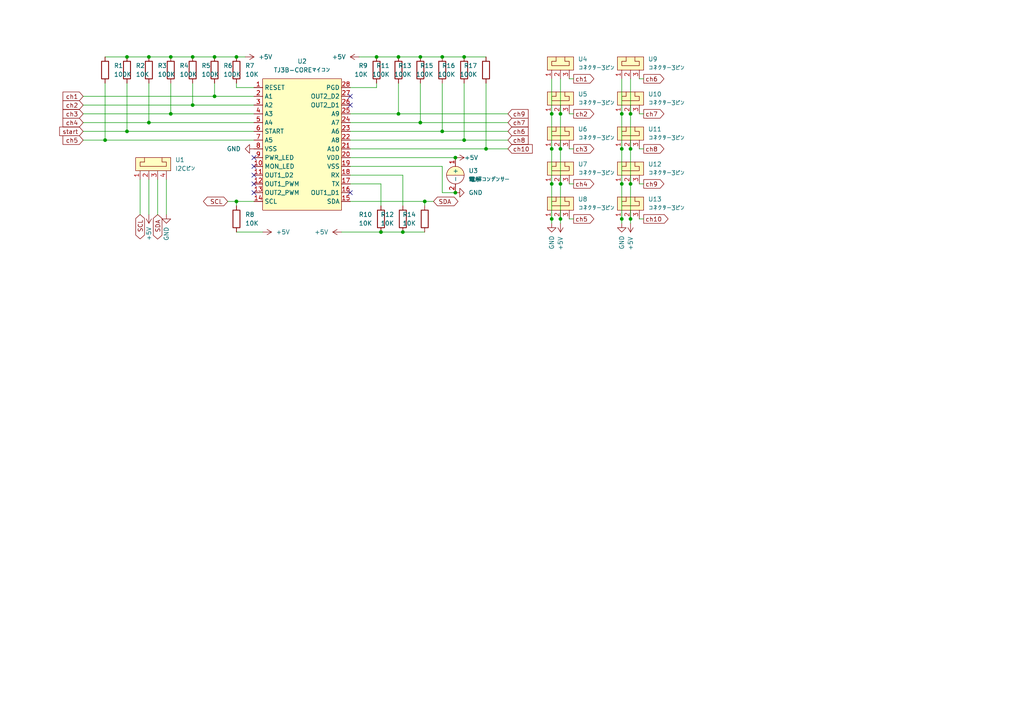
<source format=kicad_sch>
(kicad_sch (version 20211123) (generator eeschema)
  (paper "A4")
  (lib_symbols
    (symbol "Device:R" (pin_numbers hide) (pin_names (offset 0))
      (property "Reference" "R" (at 2.032 0 90))
      (property "Value" "R" (at 0 0 90))
      (symbol "R_0_1"
        (rectangle (start -1.016 -2.54) (end 1.016 2.54) (stroke (width 0.254)))
      )
      (symbol "R_1_1"
        (pin passive line (at 0 3.81 270) (length 1.27) (name "~") (number "1"))
        (pin passive line (at 0 -3.81 90) (length 1.27) (name "~") (number "2"))
      )
    )
    (symbol "power:+5V" (power) (pin_names (offset 0))
      (property "Value" "+5V" (at 0 3.556 0))
      (symbol "+5V_0_1"
        (polyline (pts (xy -0.762 1.27) (xy 0 2.54)))
        (polyline (pts (xy 0 0) (xy 0 2.54)))
        (polyline (pts (xy 0 2.54) (xy 0.762 1.27)))
      )
      (symbol "+5V_1_1"
        (pin power_in line (at 0 0 90) (length 0) hide (name "+5V") (number "1"))
      )
    )
    (symbol "power:GND" (power) (pin_names (offset 0))
      (property "Value" "GND" (at 0 -3.81 0))
      (symbol "GND_0_1"
        (polyline (pts (xy 0 0) (xy 0 -1.27) (xy 1.27 -1.27) (xy 0 -2.54) (xy -1.27 -1.27) (xy 0 -1.27)))
      )
      (symbol "GND_1_1"
        (pin power_in line (at 0 0 270) (length 0) hide (name "GND") (number "1"))
      )
    )
    (symbol "自分のシンボルエディター:TJ3B-COREマイコン"
      (property "Reference" "U" (at 10.16 -1.27 0))
      (property "Value" "TJ3B-COREマイコン" (at 0 -1.27 0))
      (symbol "TJ3B-COREマイコン_0_1"
        (rectangle (start -11.43 -2.54) (end 11.43 -40.64) (fill (type background)))
      )
      (symbol "TJ3B-COREマイコン_1_1"
        (pin input line (at -13.97 -5.08 0) (length 2.54) (name "RESET") (number "1"))
        (pin input line (at -13.97 -27.94 0) (length 2.54) (name "MON_LED") (number "10"))
        (pin input line (at -13.97 -30.48 0) (length 2.54) (name "OUT1_D2") (number "11"))
        (pin input line (at -13.97 -33.02 0) (length 2.54) (name "OUT1_PWM") (number "12"))
        (pin input line (at -13.97 -35.56 0) (length 2.54) (name "OUT2_PWM") (number "13"))
        (pin input line (at -13.97 -38.1 0) (length 2.54) (name "SCL") (number "14"))
        (pin input line (at 13.97 -38.1 180) (length 2.54) (name "SDA") (number "15"))
        (pin input line (at 13.97 -35.56 180) (length 2.54) (name "OUT1_D1") (number "16"))
        (pin input line (at 13.97 -33.02 180) (length 2.54) (name "TX") (number "17"))
        (pin input line (at 13.97 -30.48 180) (length 2.54) (name "RX") (number "18"))
        (pin input line (at 13.97 -27.94 180) (length 2.54) (name "VSS") (number "19"))
        (pin input line (at -13.97 -7.62 0) (length 2.54) (name "A1") (number "2"))
        (pin input line (at 13.97 -25.4 180) (length 2.54) (name "VDD") (number "20"))
        (pin input line (at 13.97 -22.86 180) (length 2.54) (name "A10") (number "21"))
        (pin input line (at 13.97 -20.32 180) (length 2.54) (name "A8") (number "22"))
        (pin input line (at 13.97 -17.78 180) (length 2.54) (name "A6") (number "23"))
        (pin input line (at 13.97 -15.24 180) (length 2.54) (name "A7") (number "24"))
        (pin input line (at 13.97 -12.7 180) (length 2.54) (name "A9") (number "25"))
        (pin input line (at 13.97 -10.16 180) (length 2.54) (name "OUT2_D1") (number "26"))
        (pin input line (at 13.97 -7.62 180) (length 2.54) (name "OUT2_D2") (number "27"))
        (pin input line (at 13.97 -5.08 180) (length 2.54) (name "PGD") (number "28"))
        (pin input line (at -13.97 -10.16 0) (length 2.54) (name "A2") (number "3"))
        (pin input line (at -13.97 -12.7 0) (length 2.54) (name "A3") (number "4"))
        (pin input line (at -13.97 -15.24 0) (length 2.54) (name "A4") (number "5"))
        (pin input line (at -13.97 -17.78 0) (length 2.54) (name "START") (number "6"))
        (pin input line (at -13.97 -20.32 0) (length 2.54) (name "A5") (number "7"))
        (pin input line (at -13.97 -22.86 0) (length 2.54) (name "VSS") (number "8"))
        (pin input line (at -13.97 -25.4 0) (length 2.54) (name "PWR_LED") (number "9"))
      )
    )
    (symbol "自分のシンボルエディター:コネクター3ピン"
      (property "Reference" "U" (at 6.35 0 0))
      (property "Value" "コネクター3ピン" (at 0 0 0))
      (symbol "コネクター3ピン_0_1"
        (rectangle (start -3.81 -1.27) (end 3.81 -5.08) (fill (type background)))
        (polyline (pts (xy -1.27 -2.54) (xy -1.27 -1.27)))
        (polyline (pts (xy -1.27 -2.54) (xy -2.54 -2.54) (xy -2.54 -3.81) (xy 2.54 -3.81) (xy 2.54 -2.54) (xy 1.27 -2.54) (xy 1.27 -1.27)))
      )
      (symbol "コネクター3ピン_1_1"
        (pin input line (at -2.54 -7.62 90) (length 2.54) (name "") (number "1"))
        (pin input line (at 0 -7.62 90) (length 2.54) (name "") (number "2"))
        (pin input line (at 2.54 -7.62 90) (length 2.54) (name "") (number "3"))
      )
    )
    (symbol "自分のシンボルエディター:コネクター4ピン"
      (property "Reference" "U" (at 6.35 0 0))
      (property "Value" "コネクター4ピン" (at 0 0 0))
      (symbol "コネクター4ピン_0_1"
        (rectangle (start -5.08 -1.27) (end 5.08 -5.08) (fill (type background)))
        (polyline (pts (xy -2.54 -2.54) (xy -2.54 -1.27)))
        (polyline (pts (xy -2.54 -2.54) (xy -3.81 -2.54) (xy -3.81 -3.81) (xy 3.81 -3.81) (xy 3.81 -2.54) (xy 2.54 -2.54) (xy 2.54 -1.27)))
      )
      (symbol "コネクター4ピン_1_1"
        (pin input line (at -3.81 -7.62 90) (length 2.54) (name "") (number "1"))
        (pin input line (at -1.27 -7.62 90) (length 2.54) (name "") (number "2"))
        (pin input line (at 1.27 -7.62 90) (length 2.54) (name "") (number "3"))
        (pin input line (at 3.81 -7.62 90) (length 2.54) (name "") (number "4"))
      )
    )
    (symbol "自分のシンボルエディター:電解コンデンサー"
      (property "Reference" "U" (at 7.62 0 0))
      (property "Value" "電解コンデンサー" (at 0 0 0))
      (symbol "電解コンデンサー_0_1"
        (arc (start -2.54 -3.81) (mid -1.7961 -5.6061) (end 0 -6.35) (fill (type background)))
        (arc (start -0.0002 -6.3498) (mid 1.7959 -5.6059) (end 2.5398 -3.8098))
        (arc (start 0 -1.27) (mid -1.7961 -2.0139) (end -2.54 -3.81) (fill (type background)))
        (polyline (pts (xy 0 -1.27) (xy 0 -6.35)))
        (arc (start 2.5398 -3.8102) (mid 1.7959 -2.0141) (end -0.0002 -1.2702))
      )
      (symbol "電解コンデンサー_1_1"
        (pin input line (at -5.08 -3.81 0) (length 2.54) (name "+") (number "1"))
        (pin input line (at 5.08 -3.81 180) (length 2.54) (name "-") (number "2"))
      )
    )
  )
  (junction (at 160.02 63.5))
  (junction (at 128.27 38.1))
  (junction (at 43.18 16.51))
  (junction (at 55.88 16.51))
  (junction (at 180.34 33.02))
  (junction (at 62.23 27.94))
  (junction (at 182.88 63.5))
  (junction (at 182.88 33.02))
  (junction (at 180.34 63.5))
  (junction (at 49.53 16.51))
  (junction (at 36.83 38.1))
  (junction (at 162.56 43.18))
  (junction (at 160.02 43.18))
  (junction (at 115.57 33.02))
  (junction (at 110.49 67.31))
  (junction (at 123.19 58.42))
  (junction (at 162.56 53.34))
  (junction (at 140.97 43.18))
  (junction (at 109.22 16.51))
  (junction (at 132.08 55.88))
  (junction (at 160.02 53.34))
  (junction (at 116.84 67.31))
  (junction (at 182.88 53.34))
  (junction (at 132.08 45.72))
  (junction (at 55.88 30.48))
  (junction (at 49.53 33.02))
  (junction (at 43.18 35.56))
  (junction (at 68.58 16.51))
  (junction (at 160.02 33.02))
  (junction (at 134.62 40.64))
  (junction (at 180.34 43.18))
  (junction (at 62.23 16.51))
  (junction (at 162.56 63.5))
  (junction (at 162.56 33.02))
  (junction (at 180.34 53.34))
  (junction (at 121.92 16.51))
  (junction (at 134.62 16.51))
  (junction (at 30.48 40.64))
  (junction (at 128.27 16.51))
  (junction (at 68.58 58.42))
  (junction (at 36.83 16.51))
  (junction (at 121.92 35.56))
  (junction (at 182.88 43.18))
  (junction (at 115.57 16.51))
  (no_connect (at 101.6 27.94))
  (no_connect (at 73.66 45.72))
  (no_connect (at 101.6 55.88))
  (no_connect (at 73.66 48.26))
  (no_connect (at 73.66 50.8))
  (no_connect (at 73.66 55.88))
  (no_connect (at 101.6 30.48))
  (no_connect (at 73.66 53.34))
  (wire (pts (xy 68.58 25.4) (xy 73.66 25.4)))
  (wire (pts (xy 140.97 24.13) (xy 140.97 43.18)))
  (wire (pts (xy 115.57 33.02) (xy 147.32 33.02)))
  (wire (pts (xy 24.13 30.48) (xy 55.88 30.48)))
  (wire (pts (xy 115.57 33.02) (xy 101.6 33.02)))
  (wire (pts (xy 36.83 24.13) (xy 36.83 38.1)))
  (wire (pts (xy 43.18 52.07) (xy 43.18 62.23)))
  (wire (pts (xy 182.88 43.18) (xy 182.88 53.34)))
  (wire (pts (xy 116.84 50.8) (xy 116.84 59.69)))
  (wire (pts (xy 101.6 58.42) (xy 123.19 58.42)))
  (wire (pts (xy 140.97 16.51) (xy 134.62 16.51)))
  (wire (pts (xy 49.53 33.02) (xy 49.53 24.13)))
  (wire (pts (xy 182.88 33.02) (xy 182.88 43.18)))
  (wire (pts (xy 66.04 58.42) (xy 68.58 58.42)))
  (wire (pts (xy 68.58 67.31) (xy 76.2 67.31)))
  (wire (pts (xy 110.49 53.34) (xy 110.49 59.69)))
  (wire (pts (xy 180.34 33.02) (xy 180.34 43.18)))
  (wire (pts (xy 48.26 52.07) (xy 48.26 62.23)))
  (wire (pts (xy 101.6 38.1) (xy 128.27 38.1)))
  (wire (pts (xy 128.27 55.88) (xy 132.08 55.88)))
  (wire (pts (xy 101.6 53.34) (xy 110.49 53.34)))
  (wire (pts (xy 147.32 40.64) (xy 134.62 40.64)))
  (wire (pts (xy 128.27 16.51) (xy 121.92 16.51)))
  (wire (pts (xy 123.19 58.42) (xy 123.19 59.69)))
  (wire (pts (xy 115.57 24.13) (xy 115.57 33.02)))
  (wire (pts (xy 101.6 48.26) (xy 128.27 48.26)))
  (wire (pts (xy 30.48 24.13) (xy 30.48 40.64)))
  (wire (pts (xy 186.69 22.86) (xy 185.42 22.86)))
  (wire (pts (xy 36.83 38.1) (xy 73.66 38.1)))
  (wire (pts (xy 110.49 67.31) (xy 116.84 67.31)))
  (wire (pts (xy 71.12 16.51) (xy 68.58 16.51)))
  (wire (pts (xy 180.34 22.86) (xy 180.34 33.02)))
  (wire (pts (xy 116.84 67.31) (xy 123.19 67.31)))
  (wire (pts (xy 162.56 33.02) (xy 162.56 43.18)))
  (wire (pts (xy 99.06 67.31) (xy 110.49 67.31)))
  (wire (pts (xy 101.6 35.56) (xy 121.92 35.56)))
  (wire (pts (xy 134.62 16.51) (xy 128.27 16.51)))
  (wire (pts (xy 62.23 16.51) (xy 68.58 16.51)))
  (wire (pts (xy 104.14 16.51) (xy 109.22 16.51)))
  (wire (pts (xy 24.13 38.1) (xy 36.83 38.1)))
  (wire (pts (xy 24.13 40.64) (xy 30.48 40.64)))
  (wire (pts (xy 160.02 33.02) (xy 160.02 43.18)))
  (wire (pts (xy 128.27 24.13) (xy 128.27 38.1)))
  (wire (pts (xy 43.18 24.13) (xy 43.18 35.56)))
  (wire (pts (xy 68.58 58.42) (xy 73.66 58.42)))
  (wire (pts (xy 43.18 35.56) (xy 73.66 35.56)))
  (wire (pts (xy 45.72 52.07) (xy 45.72 62.23)))
  (wire (pts (xy 186.69 53.34) (xy 185.42 53.34)))
  (wire (pts (xy 109.22 24.13) (xy 109.22 25.4)))
  (wire (pts (xy 101.6 25.4) (xy 109.22 25.4)))
  (wire (pts (xy 162.56 64.77) (xy 162.56 63.5)))
  (wire (pts (xy 134.62 24.13) (xy 134.62 40.64)))
  (wire (pts (xy 147.32 38.1) (xy 128.27 38.1)))
  (wire (pts (xy 180.34 43.18) (xy 180.34 53.34)))
  (wire (pts (xy 101.6 40.64) (xy 134.62 40.64)))
  (wire (pts (xy 160.02 64.77) (xy 160.02 63.5)))
  (wire (pts (xy 160.02 43.18) (xy 160.02 53.34)))
  (wire (pts (xy 49.53 33.02) (xy 73.66 33.02)))
  (wire (pts (xy 182.88 53.34) (xy 182.88 63.5)))
  (wire (pts (xy 186.69 43.18) (xy 185.42 43.18)))
  (wire (pts (xy 24.13 35.56) (xy 43.18 35.56)))
  (wire (pts (xy 55.88 30.48) (xy 73.66 30.48)))
  (wire (pts (xy 49.53 16.51) (xy 55.88 16.51)))
  (wire (pts (xy 182.88 22.86) (xy 182.88 33.02)))
  (wire (pts (xy 186.69 33.02) (xy 185.42 33.02)))
  (wire (pts (xy 68.58 24.13) (xy 68.58 25.4)))
  (wire (pts (xy 30.48 16.51) (xy 36.83 16.51)))
  (wire (pts (xy 123.19 58.42) (xy 125.73 58.42)))
  (wire (pts (xy 160.02 22.86) (xy 160.02 33.02)))
  (wire (pts (xy 36.83 16.51) (xy 43.18 16.51)))
  (wire (pts (xy 24.13 33.02) (xy 49.53 33.02)))
  (wire (pts (xy 121.92 35.56) (xy 121.92 24.13)))
  (wire (pts (xy 68.58 59.69) (xy 68.58 58.42)))
  (wire (pts (xy 115.57 16.51) (xy 121.92 16.51)))
  (wire (pts (xy 24.13 27.94) (xy 62.23 27.94)))
  (wire (pts (xy 62.23 24.13) (xy 62.23 27.94)))
  (wire (pts (xy 166.37 53.34) (xy 165.1 53.34)))
  (wire (pts (xy 101.6 50.8) (xy 116.84 50.8)))
  (wire (pts (xy 62.23 27.94) (xy 73.66 27.94)))
  (wire (pts (xy 101.6 43.18) (xy 140.97 43.18)))
  (wire (pts (xy 55.88 16.51) (xy 62.23 16.51)))
  (wire (pts (xy 147.32 35.56) (xy 121.92 35.56)))
  (wire (pts (xy 166.37 63.5) (xy 165.1 63.5)))
  (wire (pts (xy 128.27 48.26) (xy 128.27 55.88)))
  (wire (pts (xy 109.22 16.51) (xy 115.57 16.51)))
  (wire (pts (xy 182.88 64.77) (xy 182.88 63.5)))
  (wire (pts (xy 166.37 33.02) (xy 165.1 33.02)))
  (wire (pts (xy 43.18 16.51) (xy 49.53 16.51)))
  (wire (pts (xy 180.34 53.34) (xy 180.34 63.5)))
  (wire (pts (xy 162.56 22.86) (xy 162.56 33.02)))
  (wire (pts (xy 160.02 53.34) (xy 160.02 63.5)))
  (wire (pts (xy 101.6 45.72) (xy 132.08 45.72)))
  (wire (pts (xy 162.56 43.18) (xy 162.56 53.34)))
  (wire (pts (xy 166.37 43.18) (xy 165.1 43.18)))
  (wire (pts (xy 30.48 40.64) (xy 73.66 40.64)))
  (wire (pts (xy 162.56 53.34) (xy 162.56 63.5)))
  (wire (pts (xy 40.64 52.07) (xy 40.64 62.23)))
  (wire (pts (xy 180.34 64.77) (xy 180.34 63.5)))
  (wire (pts (xy 147.32 43.18) (xy 140.97 43.18)))
  (wire (pts (xy 186.69 63.5) (xy 185.42 63.5)))
  (wire (pts (xy 166.37 22.86) (xy 165.1 22.86)))
  (wire (pts (xy 55.88 30.48) (xy 55.88 24.13)))
  (global_label "start" (shape input) (at 24.13 38.1 180) (property "Intersheet References" "${INTERSHEET_REFS}" (effects hide)))
  (global_label "SDA" (shape bidirectional) (at 125.73 58.42 0) (property "Intersheet References" "${INTERSHEET_REFS}" (effects hide)))
  (global_label "ch7" (shape input) (at 147.32 35.56 0) (property "Intersheet References" "${INTERSHEET_REFS}" (effects hide)))
  (global_label "ch5" (shape output) (at 166.37 63.5 0) (property "Intersheet References" "${INTERSHEET_REFS}" (effects hide)))
  (global_label "ch8" (shape input) (at 147.32 40.64 0) (property "Intersheet References" "${INTERSHEET_REFS}" (effects hide)))
  (global_label "ch4" (shape output) (at 166.37 53.34 0) (property "Intersheet References" "${INTERSHEET_REFS}" (effects hide)))
  (global_label "ch10" (shape output) (at 186.69 63.5 0) (property "Intersheet References" "${INTERSHEET_REFS}" (effects hide)))
  (global_label "ch3" (shape input) (at 24.13 33.02 180) (property "Intersheet References" "${INTERSHEET_REFS}" (effects hide)))
  (global_label "ch2" (shape input) (at 24.13 30.48 180) (property "Intersheet References" "${INTERSHEET_REFS}" (effects hide)))
  (global_label "ch9" (shape output) (at 186.69 53.34 0) (property "Intersheet References" "${INTERSHEET_REFS}" (effects hide)))
  (global_label "ch1" (shape input) (at 24.13 27.94 180) (property "Intersheet References" "${INTERSHEET_REFS}" (effects hide)))
  (global_label "ch2" (shape output) (at 166.37 33.02 0) (property "Intersheet References" "${INTERSHEET_REFS}" (effects hide)))
  (global_label "SDA" (shape bidirectional) (at 45.72 62.23 270) (property "Intersheet References" "${INTERSHEET_REFS}" (effects hide)))
  (global_label "ch3" (shape output) (at 166.37 43.18 0) (property "Intersheet References" "${INTERSHEET_REFS}" (effects hide)))
  (global_label "SCL" (shape bidirectional) (at 40.64 62.23 270) (property "Intersheet References" "${INTERSHEET_REFS}" (effects hide)))
  (global_label "ch6" (shape input) (at 147.32 38.1 0) (property "Intersheet References" "${INTERSHEET_REFS}" (effects hide)))
  (global_label "SCL" (shape bidirectional) (at 66.04 58.42 180) (property "Intersheet References" "${INTERSHEET_REFS}" (effects hide)))
  (global_label "ch4" (shape input) (at 24.13 35.56 180) (property "Intersheet References" "${INTERSHEET_REFS}" (effects hide)))
  (global_label "ch7" (shape output) (at 186.69 33.02 0) (property "Intersheet References" "${INTERSHEET_REFS}" (effects hide)))
  (global_label "ch10" (shape input) (at 147.32 43.18 0) (property "Intersheet References" "${INTERSHEET_REFS}" (effects hide)))
  (global_label "ch6" (shape output) (at 186.69 22.86 0) (property "Intersheet References" "${INTERSHEET_REFS}" (effects hide)))
  (global_label "ch1" (shape output) (at 166.37 22.86 0) (property "Intersheet References" "${INTERSHEET_REFS}" (effects hide)))
  (global_label "ch5" (shape input) (at 24.13 40.64 180) (property "Intersheet References" "${INTERSHEET_REFS}" (effects hide)))
  (global_label "ch9" (shape input) (at 147.32 33.02 0) (property "Intersheet References" "${INTERSHEET_REFS}" (effects hide)))
  (global_label "ch8" (shape output) (at 186.69 43.18 0) (property "Intersheet References" "${INTERSHEET_REFS}" (effects hide)))
  (symbol (lib_id "Device:R") (at 36.83 20.32 180) (unit 1)
    (property "Reference" "R2" (at 39.37 19.0499 0) (effects (justify right)))
    (property "Value" "10K" (at 39.37 21.5899 0) (effects (justify right)))
    (property "Footprint" "自分のフットプリント:抵抗" (effects hide))
  )
  (symbol (lib_id "自分のシンボルエディター:コネクター3ピン") (at 162.56 45.72 0) (unit 1)
    (property "Reference" "U7" (at 167.64 47.6249 0) (effects (justify left)))
    (property "Value" "コネクター3ピン" (at 167.64 50.1649 0) (effects (justify left)))
    (property "Footprint" "自分のフットプリント:コネクター3ピン" (effects hide))
  )
  (symbol (lib_id "power:+5V") (at 162.56 64.77 0) (mirror x) (unit 1)
    (property "Reference" "#PWR0106" (effects hide))
    (property "Value" "+5V" (at 162.56 68.58 90) (effects (justify left)))
  )
  (symbol (lib_id "Device:R") (at 128.27 20.32 0) (mirror x) (unit 1)
    (property "Reference" "R15" (at 125.73 19.0499 0) (effects (justify right)))
    (property "Value" "100K" (at 125.73 21.5899 0) (effects (justify right)))
    (property "Footprint" "自分のフットプリント:抵抗" (effects hide))
  )
  (symbol (lib_id "power:GND") (at 73.66 43.18 270) (unit 1)
    (property "Reference" "#PWR0105" (effects hide))
    (property "Value" "GND" (at 69.85 43.1799 90) (effects (justify right)))
  )
  (symbol (lib_id "自分のシンボルエディター:コネクター3ピン") (at 182.88 15.24 0) (unit 1)
    (property "Reference" "U9" (at 187.96 17.1449 0) (effects (justify left)))
    (property "Value" "コネクター3ピン" (at 187.96 19.6849 0) (effects (justify left)))
    (property "Footprint" "自分のフットプリント:コネクター3ピン" (effects hide))
  )
  (symbol (lib_id "Device:R") (at 30.48 20.32 180) (unit 1)
    (property "Reference" "R1" (at 33.02 19.0499 0) (effects (justify right)))
    (property "Value" "100K" (at 33.02 21.5899 0) (effects (justify right)))
    (property "Footprint" "自分のフットプリント:抵抗" (effects hide))
  )
  (symbol (lib_id "Device:R") (at 62.23 20.32 180) (unit 1)
    (property "Reference" "R6" (at 64.77 19.0499 0) (effects (justify right)))
    (property "Value" "100K" (at 64.77 21.5899 0) (effects (justify right)))
    (property "Footprint" "自分のフットプリント:抵抗" (effects hide))
  )
  (symbol (lib_id "power:GND") (at 180.34 64.77 0) (unit 1)
    (property "Reference" "#PWR0108" (effects hide))
    (property "Value" "GND" (at 180.34 72.39 90) (effects (justify left)))
  )
  (symbol (lib_id "Device:R") (at 134.62 20.32 0) (mirror x) (unit 1)
    (property "Reference" "R16" (at 132.08 19.0499 0) (effects (justify right)))
    (property "Value" "100K" (at 132.08 21.5899 0) (effects (justify right)))
    (property "Footprint" "自分のフットプリント:抵抗" (effects hide))
  )
  (symbol (lib_id "Device:R") (at 68.58 20.32 180) (unit 1)
    (property "Reference" "R7" (at 71.12 19.0499 0) (effects (justify right)))
    (property "Value" "10K" (at 71.12 21.5899 0) (effects (justify right)))
    (property "Footprint" "自分のフットプリント:抵抗" (effects hide))
  )
  (symbol (lib_id "自分のシンボルエディター:コネクター3ピン") (at 182.88 35.56 0) (unit 1)
    (property "Reference" "U11" (at 187.96 37.4649 0) (effects (justify left)))
    (property "Value" "コネクター3ピン" (at 187.96 40.0049 0) (effects (justify left)))
    (property "Footprint" "自分のフットプリント:コネクター3ピン" (effects hide))
  )
  (symbol (lib_id "自分のシンボルエディター:コネクター3ピン") (at 162.56 35.56 0) (unit 1)
    (property "Reference" "U6" (at 167.64 37.4649 0) (effects (justify left)))
    (property "Value" "コネクター3ピン" (at 167.64 40.0049 0) (effects (justify left)))
    (property "Footprint" "自分のフットプリント:コネクター3ピン" (effects hide))
  )
  (symbol (lib_id "自分のシンボルエディター:コネクター3ピン") (at 162.56 55.88 0) (unit 1)
    (property "Reference" "U8" (at 167.64 57.7849 0) (effects (justify left)))
    (property "Value" "コネクター3ピン" (at 167.64 60.3249 0) (effects (justify left)))
    (property "Footprint" "自分のフットプリント:コネクター3ピン" (effects hide))
  )
  (symbol (lib_id "power:+5V") (at 43.18 62.23 180) (unit 1)
    (property "Reference" "#PWR0112" (effects hide))
    (property "Value" "+5V" (at 43.18 69.85 90) (effects (justify right)))
  )
  (symbol (lib_id "power:GND") (at 160.02 64.77 0) (unit 1)
    (property "Reference" "#PWR0107" (effects hide))
    (property "Value" "GND" (at 160.02 72.39 90) (effects (justify left)))
  )
  (symbol (lib_id "Device:R") (at 43.18 20.32 180) (unit 1)
    (property "Reference" "R3" (at 45.72 19.0499 0) (effects (justify right)))
    (property "Value" "100K" (at 45.72 21.5899 0) (effects (justify right)))
    (property "Footprint" "自分のフットプリント:抵抗" (effects hide))
  )
  (symbol (lib_id "自分のシンボルエディター:コネクター3ピン") (at 162.56 15.24 0) (unit 1)
    (property "Reference" "U4" (at 167.64 17.1449 0) (effects (justify left)))
    (property "Value" "コネクター3ピン" (at 167.64 19.6849 0) (effects (justify left)))
    (property "Footprint" "自分のフットプリント:コネクター3ピン" (effects hide))
  )
  (symbol (lib_id "power:+5V") (at 99.06 67.31 90) (mirror x) (unit 1)
    (property "Reference" "#PWR0101" (effects hide))
    (property "Value" "+5V" (at 95.25 67.3099 90) (effects (justify left)))
  )
  (symbol (lib_id "power:+5V") (at 132.08 45.72 270) (mirror x) (unit 1)
    (property "Reference" "#PWR0110" (effects hide))
    (property "Value" "+5V" (at 134.62 45.7201 90) (effects (justify left)))
  )
  (symbol (lib_id "自分のシンボルエディター:コネクター4ピン") (at 44.45 44.45 0) (unit 1)
    (property "Reference" "U1" (at 50.8 46.3549 0) (effects (justify left)))
    (property "Value" "I2Cピン" (at 50.8 48.8949 0) (effects (justify left)))
    (property "Footprint" "自分のフットプリント:コネクター4ピン" (effects hide))
  )
  (symbol (lib_id "Device:R") (at 68.58 63.5 180) (unit 1)
    (property "Reference" "R8" (at 71.12 62.2299 0) (effects (justify right)))
    (property "Value" "10K" (at 71.12 64.7699 0) (effects (justify right)))
    (property "Footprint" "自分のフットプリント:抵抗" (effects hide))
  )
  (symbol (lib_id "power:GND") (at 48.26 62.23 0) (unit 1)
    (property "Reference" "#PWR0113" (effects hide))
    (property "Value" "GND" (at 48.26 69.85 90) (effects (justify left)))
  )
  (symbol (lib_id "power:GND") (at 132.08 55.88 90) (unit 1)
    (property "Reference" "#PWR0111" (effects hide))
    (property "Value" "GND" (at 135.89 55.8799 90) (effects (justify right)))
  )
  (symbol (lib_id "power:+5V") (at 76.2 67.31 270) (unit 1)
    (property "Reference" "#PWR0102" (effects hide))
    (property "Value" "+5V" (at 80.01 67.3099 90) (effects (justify left)))
  )
  (symbol (lib_id "Device:R") (at 121.92 20.32 0) (mirror x) (unit 1)
    (property "Reference" "R13" (at 119.38 19.0499 0) (effects (justify right)))
    (property "Value" "100K" (at 119.38 21.5899 0) (effects (justify right)))
    (property "Footprint" "自分のフットプリント:抵抗" (effects hide))
  )
  (symbol (lib_id "自分のシンボルエディター:TJ3B-COREマイコン") (at 87.63 20.32 0) (unit 1)
    (property "Reference" "U2" (at 87.63 17.78 0))
    (property "Value" "TJ3B-COREマイコン" (at 87.63 20.32 0))
    (property "Footprint" "自分のフットプリント:TJ3B-COREマイコン" (effects hide))
  )
  (symbol (lib_id "Device:R") (at 55.88 20.32 180) (unit 1)
    (property "Reference" "R5" (at 58.42 19.0499 0) (effects (justify right)))
    (property "Value" "100K" (at 58.42 21.5899 0) (effects (justify right)))
    (property "Footprint" "自分のフットプリント:抵抗" (effects hide))
  )
  (symbol (lib_id "Device:R") (at 115.57 20.32 0) (mirror x) (unit 1)
    (property "Reference" "R11" (at 113.03 19.0499 0) (effects (justify right)))
    (property "Value" "100K" (at 113.03 21.5899 0) (effects (justify right)))
    (property "Footprint" "自分のフットプリント:抵抗" (effects hide))
  )
  (symbol (lib_id "Device:R") (at 140.97 20.32 0) (mirror x) (unit 1)
    (property "Reference" "R17" (at 138.43 19.0499 0) (effects (justify right)))
    (property "Value" "100K" (at 138.43 21.5899 0) (effects (justify right)))
    (property "Footprint" "自分のフットプリント:抵抗" (effects hide))
  )
  (symbol (lib_id "Device:R") (at 109.22 20.32 0) (mirror x) (unit 1)
    (property "Reference" "R9" (at 106.68 19.0499 0) (effects (justify right)))
    (property "Value" "10K" (at 106.68 21.5899 0) (effects (justify right)))
    (property "Footprint" "自分のフットプリント:抵抗" (effects hide))
  )
  (symbol (lib_id "power:+5V") (at 71.12 16.51 270) (unit 1)
    (property "Reference" "#PWR0103" (effects hide))
    (property "Value" "+5V" (at 74.93 16.5099 90) (effects (justify left)))
  )
  (symbol (lib_id "Device:R") (at 123.19 63.5 0) (mirror x) (unit 1)
    (property "Reference" "R14" (at 120.65 62.2299 0) (effects (justify right)))
    (property "Value" "10K" (at 120.65 64.7699 0) (effects (justify right)))
    (property "Footprint" "自分のフットプリント:抵抗" (effects hide))
  )
  (symbol (lib_id "自分のシンボルエディター:コネクター3ピン") (at 182.88 45.72 0) (unit 1)
    (property "Reference" "U12" (at 187.96 47.6249 0) (effects (justify left)))
    (property "Value" "コネクター3ピン" (at 187.96 50.1649 0) (effects (justify left)))
    (property "Footprint" "自分のフットプリント:コネクター3ピン" (effects hide))
  )
  (symbol (lib_id "Device:R") (at 110.49 63.5 0) (mirror x) (unit 1)
    (property "Reference" "R10" (at 107.95 62.2299 0) (effects (justify right)))
    (property "Value" "10K" (at 107.95 64.7699 0) (effects (justify right)))
    (property "Footprint" "自分のフットプリント:抵抗" (effects hide))
  )
  (symbol (lib_id "power:+5V") (at 104.14 16.51 90) (mirror x) (unit 1)
    (property "Reference" "#PWR0104" (effects hide))
    (property "Value" "+5V" (at 100.33 16.5099 90) (effects (justify left)))
  )
  (symbol (lib_id "自分のシンボルエディター:電解コンデンサー") (at 135.89 50.8 270) (unit 1)
    (property "Reference" "U3" (at 135.89 49.5299 90) (effects (justify left)))
    (property "Value" "電解コンデンサー" (at 135.89 52.0699 90) (effects (justify left)))
    (property "Footprint" "自分のフットプリント:電解コンデンサー" (effects hide))
  )
  (symbol (lib_id "自分のシンボルエディター:コネクター3ピン") (at 182.88 25.4 0) (unit 1)
    (property "Reference" "U10" (at 187.96 27.3049 0) (effects (justify left)))
    (property "Value" "コネクター3ピン" (at 187.96 29.8449 0) (effects (justify left)))
    (property "Footprint" "自分のフットプリント:コネクター3ピン" (effects hide))
  )
  (symbol (lib_id "自分のシンボルエディター:コネクター3ピン") (at 162.56 25.4 0) (unit 1)
    (property "Reference" "U5" (at 167.64 27.3049 0) (effects (justify left)))
    (property "Value" "コネクター3ピン" (at 167.64 29.8449 0) (effects (justify left)))
    (property "Footprint" "自分のフットプリント:コネクター3ピン" (effects hide))
  )
  (symbol (lib_id "Device:R") (at 49.53 20.32 180) (unit 1)
    (property "Reference" "R4" (at 52.07 19.0499 0) (effects (justify right)))
    (property "Value" "100K" (at 52.07 21.5899 0) (effects (justify right)))
    (property "Footprint" "自分のフットプリント:抵抗" (effects hide))
  )
  (symbol (lib_id "自分のシンボルエディター:コネクター3ピン") (at 182.88 55.88 0) (unit 1)
    (property "Reference" "U13" (at 187.96 57.7849 0) (effects (justify left)))
    (property "Value" "コネクター3ピン" (at 187.96 60.3249 0) (effects (justify left)))
    (property "Footprint" "自分のフットプリント:コネクター3ピン" (effects hide))
  )
  (symbol (lib_id "power:+5V") (at 182.88 64.77 0) (mirror x) (unit 1)
    (property "Reference" "#PWR0109" (effects hide))
    (property "Value" "+5V" (at 182.88 68.58 90) (effects (justify left)))
  )
  (symbol (lib_id "Device:R") (at 116.84 63.5 0) (mirror x) (unit 1)
    (property "Reference" "R12" (at 114.3 62.2299 0) (effects (justify right)))
    (property "Value" "10K" (at 114.3 64.7699 0) (effects (justify right)))
    (property "Footprint" "自分のフットプリント:抵抗" (effects hide))
  )
)
</source>
